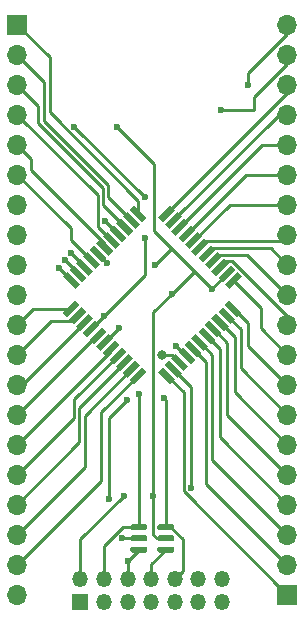
<source format=gbr>
G04 #@! TF.GenerationSoftware,KiCad,Pcbnew,(5.1.9-0-10_14)*
G04 #@! TF.CreationDate,2021-04-24T14:40:39+02:00*
G04 #@! TF.ProjectId,xilinx-cpld-breakout,78696c69-6e78-42d6-9370-6c642d627265,rev?*
G04 #@! TF.SameCoordinates,Original*
G04 #@! TF.FileFunction,Copper,L1,Top*
G04 #@! TF.FilePolarity,Positive*
%FSLAX46Y46*%
G04 Gerber Fmt 4.6, Leading zero omitted, Abs format (unit mm)*
G04 Created by KiCad (PCBNEW (5.1.9-0-10_14)) date 2021-04-24 14:40:39*
%MOMM*%
%LPD*%
G01*
G04 APERTURE LIST*
G04 #@! TA.AperFunction,ComponentPad*
%ADD10O,1.350000X1.350000*%
G04 #@! TD*
G04 #@! TA.AperFunction,ComponentPad*
%ADD11R,1.350000X1.350000*%
G04 #@! TD*
G04 #@! TA.AperFunction,SMDPad,CuDef*
%ADD12C,0.100000*%
G04 #@! TD*
G04 #@! TA.AperFunction,ComponentPad*
%ADD13O,1.700000X1.700000*%
G04 #@! TD*
G04 #@! TA.AperFunction,ComponentPad*
%ADD14R,1.700000X1.700000*%
G04 #@! TD*
G04 #@! TA.AperFunction,ViaPad*
%ADD15C,0.600000*%
G04 #@! TD*
G04 #@! TA.AperFunction,ViaPad*
%ADD16C,0.800000*%
G04 #@! TD*
G04 #@! TA.AperFunction,Conductor*
%ADD17C,0.250000*%
G04 #@! TD*
G04 APERTURE END LIST*
D10*
X113854000Y-157385000D03*
X113854000Y-159385000D03*
X111854000Y-157385000D03*
X111854000Y-159385000D03*
X109854000Y-157385000D03*
X109854000Y-159385000D03*
X107854000Y-157385000D03*
X107854000Y-159385000D03*
X105854000Y-157385000D03*
X105854000Y-159385000D03*
X103854000Y-157385000D03*
X103854000Y-159385000D03*
X101854000Y-157385000D03*
D11*
X101854000Y-159385000D03*
G04 #@! TA.AperFunction,SMDPad,CuDef*
D12*
G36*
X108816206Y-127215848D02*
G01*
X108427298Y-126826940D01*
X109487958Y-125766280D01*
X109876866Y-126155188D01*
X108816206Y-127215848D01*
G37*
G04 #@! TD.AperFunction*
G04 #@! TA.AperFunction,SMDPad,CuDef*
G36*
X109381891Y-127781534D02*
G01*
X108992983Y-127392626D01*
X110053643Y-126331966D01*
X110442551Y-126720874D01*
X109381891Y-127781534D01*
G37*
G04 #@! TD.AperFunction*
G04 #@! TA.AperFunction,SMDPad,CuDef*
G36*
X109947576Y-128347219D02*
G01*
X109558668Y-127958311D01*
X110619328Y-126897651D01*
X111008236Y-127286559D01*
X109947576Y-128347219D01*
G37*
G04 #@! TD.AperFunction*
G04 #@! TA.AperFunction,SMDPad,CuDef*
G36*
X110513262Y-128912904D02*
G01*
X110124354Y-128523996D01*
X111185014Y-127463336D01*
X111573922Y-127852244D01*
X110513262Y-128912904D01*
G37*
G04 #@! TD.AperFunction*
G04 #@! TA.AperFunction,SMDPad,CuDef*
G36*
X111078947Y-129478590D02*
G01*
X110690039Y-129089682D01*
X111750699Y-128029022D01*
X112139607Y-128417930D01*
X111078947Y-129478590D01*
G37*
G04 #@! TD.AperFunction*
G04 #@! TA.AperFunction,SMDPad,CuDef*
G36*
X111644633Y-130044275D02*
G01*
X111255725Y-129655367D01*
X112316385Y-128594707D01*
X112705293Y-128983615D01*
X111644633Y-130044275D01*
G37*
G04 #@! TD.AperFunction*
G04 #@! TA.AperFunction,SMDPad,CuDef*
G36*
X112210318Y-130609961D02*
G01*
X111821410Y-130221053D01*
X112882070Y-129160393D01*
X113270978Y-129549301D01*
X112210318Y-130609961D01*
G37*
G04 #@! TD.AperFunction*
G04 #@! TA.AperFunction,SMDPad,CuDef*
G36*
X112776004Y-131175646D02*
G01*
X112387096Y-130786738D01*
X113447756Y-129726078D01*
X113836664Y-130114986D01*
X112776004Y-131175646D01*
G37*
G04 #@! TD.AperFunction*
G04 #@! TA.AperFunction,SMDPad,CuDef*
G36*
X113341689Y-131741332D02*
G01*
X112952781Y-131352424D01*
X114013441Y-130291764D01*
X114402349Y-130680672D01*
X113341689Y-131741332D01*
G37*
G04 #@! TD.AperFunction*
G04 #@! TA.AperFunction,SMDPad,CuDef*
G36*
X113907374Y-132307017D02*
G01*
X113518466Y-131918109D01*
X114579126Y-130857449D01*
X114968034Y-131246357D01*
X113907374Y-132307017D01*
G37*
G04 #@! TD.AperFunction*
G04 #@! TA.AperFunction,SMDPad,CuDef*
G36*
X114473060Y-132872702D02*
G01*
X114084152Y-132483794D01*
X115144812Y-131423134D01*
X115533720Y-131812042D01*
X114473060Y-132872702D01*
G37*
G04 #@! TD.AperFunction*
G04 #@! TA.AperFunction,SMDPad,CuDef*
G36*
X114084152Y-134216206D02*
G01*
X114473060Y-133827298D01*
X115533720Y-134887958D01*
X115144812Y-135276866D01*
X114084152Y-134216206D01*
G37*
G04 #@! TD.AperFunction*
G04 #@! TA.AperFunction,SMDPad,CuDef*
G36*
X113518466Y-134781891D02*
G01*
X113907374Y-134392983D01*
X114968034Y-135453643D01*
X114579126Y-135842551D01*
X113518466Y-134781891D01*
G37*
G04 #@! TD.AperFunction*
G04 #@! TA.AperFunction,SMDPad,CuDef*
G36*
X112952781Y-135347576D02*
G01*
X113341689Y-134958668D01*
X114402349Y-136019328D01*
X114013441Y-136408236D01*
X112952781Y-135347576D01*
G37*
G04 #@! TD.AperFunction*
G04 #@! TA.AperFunction,SMDPad,CuDef*
G36*
X112387096Y-135913262D02*
G01*
X112776004Y-135524354D01*
X113836664Y-136585014D01*
X113447756Y-136973922D01*
X112387096Y-135913262D01*
G37*
G04 #@! TD.AperFunction*
G04 #@! TA.AperFunction,SMDPad,CuDef*
G36*
X111821410Y-136478947D02*
G01*
X112210318Y-136090039D01*
X113270978Y-137150699D01*
X112882070Y-137539607D01*
X111821410Y-136478947D01*
G37*
G04 #@! TD.AperFunction*
G04 #@! TA.AperFunction,SMDPad,CuDef*
G36*
X111255725Y-137044633D02*
G01*
X111644633Y-136655725D01*
X112705293Y-137716385D01*
X112316385Y-138105293D01*
X111255725Y-137044633D01*
G37*
G04 #@! TD.AperFunction*
G04 #@! TA.AperFunction,SMDPad,CuDef*
G36*
X110690039Y-137610318D02*
G01*
X111078947Y-137221410D01*
X112139607Y-138282070D01*
X111750699Y-138670978D01*
X110690039Y-137610318D01*
G37*
G04 #@! TD.AperFunction*
G04 #@! TA.AperFunction,SMDPad,CuDef*
G36*
X110124354Y-138176004D02*
G01*
X110513262Y-137787096D01*
X111573922Y-138847756D01*
X111185014Y-139236664D01*
X110124354Y-138176004D01*
G37*
G04 #@! TD.AperFunction*
G04 #@! TA.AperFunction,SMDPad,CuDef*
G36*
X109558668Y-138741689D02*
G01*
X109947576Y-138352781D01*
X111008236Y-139413441D01*
X110619328Y-139802349D01*
X109558668Y-138741689D01*
G37*
G04 #@! TD.AperFunction*
G04 #@! TA.AperFunction,SMDPad,CuDef*
G36*
X108992983Y-139307374D02*
G01*
X109381891Y-138918466D01*
X110442551Y-139979126D01*
X110053643Y-140368034D01*
X108992983Y-139307374D01*
G37*
G04 #@! TD.AperFunction*
G04 #@! TA.AperFunction,SMDPad,CuDef*
G36*
X108427298Y-139873060D02*
G01*
X108816206Y-139484152D01*
X109876866Y-140544812D01*
X109487958Y-140933720D01*
X108427298Y-139873060D01*
G37*
G04 #@! TD.AperFunction*
G04 #@! TA.AperFunction,SMDPad,CuDef*
G36*
X106412042Y-140933720D02*
G01*
X106023134Y-140544812D01*
X107083794Y-139484152D01*
X107472702Y-139873060D01*
X106412042Y-140933720D01*
G37*
G04 #@! TD.AperFunction*
G04 #@! TA.AperFunction,SMDPad,CuDef*
G36*
X105846357Y-140368034D02*
G01*
X105457449Y-139979126D01*
X106518109Y-138918466D01*
X106907017Y-139307374D01*
X105846357Y-140368034D01*
G37*
G04 #@! TD.AperFunction*
G04 #@! TA.AperFunction,SMDPad,CuDef*
G36*
X105280672Y-139802349D02*
G01*
X104891764Y-139413441D01*
X105952424Y-138352781D01*
X106341332Y-138741689D01*
X105280672Y-139802349D01*
G37*
G04 #@! TD.AperFunction*
G04 #@! TA.AperFunction,SMDPad,CuDef*
G36*
X104714986Y-139236664D02*
G01*
X104326078Y-138847756D01*
X105386738Y-137787096D01*
X105775646Y-138176004D01*
X104714986Y-139236664D01*
G37*
G04 #@! TD.AperFunction*
G04 #@! TA.AperFunction,SMDPad,CuDef*
G36*
X104149301Y-138670978D02*
G01*
X103760393Y-138282070D01*
X104821053Y-137221410D01*
X105209961Y-137610318D01*
X104149301Y-138670978D01*
G37*
G04 #@! TD.AperFunction*
G04 #@! TA.AperFunction,SMDPad,CuDef*
G36*
X103583615Y-138105293D02*
G01*
X103194707Y-137716385D01*
X104255367Y-136655725D01*
X104644275Y-137044633D01*
X103583615Y-138105293D01*
G37*
G04 #@! TD.AperFunction*
G04 #@! TA.AperFunction,SMDPad,CuDef*
G36*
X103017930Y-137539607D02*
G01*
X102629022Y-137150699D01*
X103689682Y-136090039D01*
X104078590Y-136478947D01*
X103017930Y-137539607D01*
G37*
G04 #@! TD.AperFunction*
G04 #@! TA.AperFunction,SMDPad,CuDef*
G36*
X102452244Y-136973922D02*
G01*
X102063336Y-136585014D01*
X103123996Y-135524354D01*
X103512904Y-135913262D01*
X102452244Y-136973922D01*
G37*
G04 #@! TD.AperFunction*
G04 #@! TA.AperFunction,SMDPad,CuDef*
G36*
X101886559Y-136408236D02*
G01*
X101497651Y-136019328D01*
X102558311Y-134958668D01*
X102947219Y-135347576D01*
X101886559Y-136408236D01*
G37*
G04 #@! TD.AperFunction*
G04 #@! TA.AperFunction,SMDPad,CuDef*
G36*
X101320874Y-135842551D02*
G01*
X100931966Y-135453643D01*
X101992626Y-134392983D01*
X102381534Y-134781891D01*
X101320874Y-135842551D01*
G37*
G04 #@! TD.AperFunction*
G04 #@! TA.AperFunction,SMDPad,CuDef*
G36*
X100755188Y-135276866D02*
G01*
X100366280Y-134887958D01*
X101426940Y-133827298D01*
X101815848Y-134216206D01*
X100755188Y-135276866D01*
G37*
G04 #@! TD.AperFunction*
G04 #@! TA.AperFunction,SMDPad,CuDef*
G36*
X100366280Y-131812042D02*
G01*
X100755188Y-131423134D01*
X101815848Y-132483794D01*
X101426940Y-132872702D01*
X100366280Y-131812042D01*
G37*
G04 #@! TD.AperFunction*
G04 #@! TA.AperFunction,SMDPad,CuDef*
G36*
X100931966Y-131246357D02*
G01*
X101320874Y-130857449D01*
X102381534Y-131918109D01*
X101992626Y-132307017D01*
X100931966Y-131246357D01*
G37*
G04 #@! TD.AperFunction*
G04 #@! TA.AperFunction,SMDPad,CuDef*
G36*
X101497651Y-130680672D02*
G01*
X101886559Y-130291764D01*
X102947219Y-131352424D01*
X102558311Y-131741332D01*
X101497651Y-130680672D01*
G37*
G04 #@! TD.AperFunction*
G04 #@! TA.AperFunction,SMDPad,CuDef*
G36*
X102063336Y-130114986D02*
G01*
X102452244Y-129726078D01*
X103512904Y-130786738D01*
X103123996Y-131175646D01*
X102063336Y-130114986D01*
G37*
G04 #@! TD.AperFunction*
G04 #@! TA.AperFunction,SMDPad,CuDef*
G36*
X102629022Y-129549301D02*
G01*
X103017930Y-129160393D01*
X104078590Y-130221053D01*
X103689682Y-130609961D01*
X102629022Y-129549301D01*
G37*
G04 #@! TD.AperFunction*
G04 #@! TA.AperFunction,SMDPad,CuDef*
G36*
X103194707Y-128983615D02*
G01*
X103583615Y-128594707D01*
X104644275Y-129655367D01*
X104255367Y-130044275D01*
X103194707Y-128983615D01*
G37*
G04 #@! TD.AperFunction*
G04 #@! TA.AperFunction,SMDPad,CuDef*
G36*
X103760393Y-128417930D02*
G01*
X104149301Y-128029022D01*
X105209961Y-129089682D01*
X104821053Y-129478590D01*
X103760393Y-128417930D01*
G37*
G04 #@! TD.AperFunction*
G04 #@! TA.AperFunction,SMDPad,CuDef*
G36*
X104326078Y-127852244D02*
G01*
X104714986Y-127463336D01*
X105775646Y-128523996D01*
X105386738Y-128912904D01*
X104326078Y-127852244D01*
G37*
G04 #@! TD.AperFunction*
G04 #@! TA.AperFunction,SMDPad,CuDef*
G36*
X104891764Y-127286559D02*
G01*
X105280672Y-126897651D01*
X106341332Y-127958311D01*
X105952424Y-128347219D01*
X104891764Y-127286559D01*
G37*
G04 #@! TD.AperFunction*
G04 #@! TA.AperFunction,SMDPad,CuDef*
G36*
X105457449Y-126720874D02*
G01*
X105846357Y-126331966D01*
X106907017Y-127392626D01*
X106518109Y-127781534D01*
X105457449Y-126720874D01*
G37*
G04 #@! TD.AperFunction*
G04 #@! TA.AperFunction,SMDPad,CuDef*
G36*
X106023134Y-126155188D02*
G01*
X106412042Y-125766280D01*
X107472702Y-126826940D01*
X107083794Y-127215848D01*
X106023134Y-126155188D01*
G37*
G04 #@! TD.AperFunction*
D13*
X119380000Y-110490000D03*
X119380000Y-113030000D03*
X119380000Y-115570000D03*
X119380000Y-118110000D03*
X119380000Y-120650000D03*
X119380000Y-123190000D03*
X119380000Y-125730000D03*
X119380000Y-128270000D03*
X119380000Y-130810000D03*
X119380000Y-133350000D03*
X119380000Y-135890000D03*
X119380000Y-138430000D03*
X119380000Y-140970000D03*
X119380000Y-143510000D03*
X119380000Y-146050000D03*
X119380000Y-148590000D03*
X119380000Y-151130000D03*
X119380000Y-153670000D03*
X119380000Y-156210000D03*
D14*
X119380000Y-158750000D03*
D13*
X96520000Y-158750000D03*
X96520000Y-156210000D03*
X96520000Y-153670000D03*
X96520000Y-151130000D03*
X96520000Y-148590000D03*
X96520000Y-146050000D03*
X96520000Y-143510000D03*
X96520000Y-140970000D03*
X96520000Y-138430000D03*
X96520000Y-135890000D03*
X96520000Y-133350000D03*
X96520000Y-130810000D03*
X96520000Y-128270000D03*
X96520000Y-125730000D03*
X96520000Y-123190000D03*
X96520000Y-120650000D03*
X96520000Y-118110000D03*
X96520000Y-115570000D03*
X96520000Y-113030000D03*
D14*
X96520000Y-110490000D03*
G04 #@! TA.AperFunction,SMDPad,CuDef*
G36*
G01*
X108375000Y-153162500D02*
X108375000Y-152912500D01*
G75*
G02*
X108500000Y-152787500I125000J0D01*
G01*
X109675000Y-152787500D01*
G75*
G02*
X109800000Y-152912500I0J-125000D01*
G01*
X109800000Y-153162500D01*
G75*
G02*
X109675000Y-153287500I-125000J0D01*
G01*
X108500000Y-153287500D01*
G75*
G02*
X108375000Y-153162500I0J125000D01*
G01*
G37*
G04 #@! TD.AperFunction*
G04 #@! TA.AperFunction,SMDPad,CuDef*
G36*
G01*
X108375000Y-154112500D02*
X108375000Y-153862500D01*
G75*
G02*
X108500000Y-153737500I125000J0D01*
G01*
X109675000Y-153737500D01*
G75*
G02*
X109800000Y-153862500I0J-125000D01*
G01*
X109800000Y-154112500D01*
G75*
G02*
X109675000Y-154237500I-125000J0D01*
G01*
X108500000Y-154237500D01*
G75*
G02*
X108375000Y-154112500I0J125000D01*
G01*
G37*
G04 #@! TD.AperFunction*
G04 #@! TA.AperFunction,SMDPad,CuDef*
G36*
G01*
X108375000Y-155062500D02*
X108375000Y-154812500D01*
G75*
G02*
X108500000Y-154687500I125000J0D01*
G01*
X109675000Y-154687500D01*
G75*
G02*
X109800000Y-154812500I0J-125000D01*
G01*
X109800000Y-155062500D01*
G75*
G02*
X109675000Y-155187500I-125000J0D01*
G01*
X108500000Y-155187500D01*
G75*
G02*
X108375000Y-155062500I0J125000D01*
G01*
G37*
G04 #@! TD.AperFunction*
G04 #@! TA.AperFunction,SMDPad,CuDef*
G36*
G01*
X106100000Y-155062500D02*
X106100000Y-154812500D01*
G75*
G02*
X106225000Y-154687500I125000J0D01*
G01*
X107400000Y-154687500D01*
G75*
G02*
X107525000Y-154812500I0J-125000D01*
G01*
X107525000Y-155062500D01*
G75*
G02*
X107400000Y-155187500I-125000J0D01*
G01*
X106225000Y-155187500D01*
G75*
G02*
X106100000Y-155062500I0J125000D01*
G01*
G37*
G04 #@! TD.AperFunction*
G04 #@! TA.AperFunction,SMDPad,CuDef*
G36*
G01*
X106100000Y-154112500D02*
X106100000Y-153862500D01*
G75*
G02*
X106225000Y-153737500I125000J0D01*
G01*
X107400000Y-153737500D01*
G75*
G02*
X107525000Y-153862500I0J-125000D01*
G01*
X107525000Y-154112500D01*
G75*
G02*
X107400000Y-154237500I-125000J0D01*
G01*
X106225000Y-154237500D01*
G75*
G02*
X106100000Y-154112500I0J125000D01*
G01*
G37*
G04 #@! TD.AperFunction*
G04 #@! TA.AperFunction,SMDPad,CuDef*
G36*
G01*
X106100000Y-153162500D02*
X106100000Y-152912500D01*
G75*
G02*
X106225000Y-152787500I125000J0D01*
G01*
X107400000Y-152787500D01*
G75*
G02*
X107525000Y-152912500I0J-125000D01*
G01*
X107525000Y-153162500D01*
G75*
G02*
X107400000Y-153287500I-125000J0D01*
G01*
X106225000Y-153287500D01*
G75*
G02*
X106100000Y-153162500I0J125000D01*
G01*
G37*
G04 #@! TD.AperFunction*
D15*
X104965500Y-119189500D03*
X112966500Y-132842000D03*
X109601000Y-133286500D03*
X108140500Y-130873500D03*
X108049990Y-150368000D03*
X105537000Y-150368000D03*
X105410000Y-153987500D03*
X103949500Y-127127000D03*
X105156000Y-136144000D03*
D16*
X108774990Y-138430000D03*
D15*
X107315000Y-128524000D03*
X107315000Y-125095000D03*
X103865879Y-135171379D03*
X101346000Y-119126000D03*
X104140000Y-130683000D03*
X109982000Y-137668000D03*
X100012500Y-131064000D03*
X105854000Y-155896000D03*
X104267000Y-150622000D03*
X105791000Y-142240000D03*
X111252000Y-149733000D03*
X101092000Y-129857500D03*
X108966000Y-142113000D03*
X100565195Y-130459563D03*
X106799990Y-141732000D03*
X116078000Y-115570000D03*
X113792000Y-117729000D03*
D17*
X114243250Y-131582233D02*
X114226267Y-131582233D01*
X114226267Y-131582233D02*
X112966500Y-132842000D01*
X108102288Y-122326288D02*
X104965500Y-119189500D01*
X108102288Y-127977788D02*
X108102288Y-122326288D01*
X109087500Y-153987500D02*
X109537500Y-153987500D01*
X111442500Y-131445000D02*
X111569500Y-131445000D01*
X109601000Y-133286500D02*
X111442500Y-131445000D01*
X112966500Y-132842000D02*
X111569500Y-131445000D01*
X109537500Y-129476500D02*
X109601000Y-129476500D01*
X108140500Y-130873500D02*
X109537500Y-129476500D01*
X109601000Y-129476500D02*
X108102288Y-127977788D01*
X111569500Y-131445000D02*
X109601000Y-129476500D01*
X109601000Y-133286500D02*
X108049990Y-134837510D01*
X108375000Y-153987500D02*
X108049990Y-153662490D01*
X109087500Y-153987500D02*
X108375000Y-153987500D01*
X108049990Y-134837510D02*
X108049990Y-150467990D01*
X108049990Y-150467990D02*
X108049990Y-150368000D01*
X108049990Y-150467990D02*
X108049990Y-153662490D01*
X101854000Y-154051000D02*
X101854000Y-157385000D01*
X105537000Y-150368000D02*
X101854000Y-154051000D01*
X106812500Y-153987500D02*
X105410000Y-153987500D01*
X105010620Y-128188120D02*
X103949500Y-127127000D01*
X105050862Y-128188120D02*
X105010620Y-128188120D01*
X110283452Y-139077565D02*
X110283452Y-139112452D01*
X103919491Y-137380509D02*
X105156000Y-136144000D01*
X109635887Y-138430000D02*
X108774990Y-138430000D01*
X110283452Y-139077565D02*
X109635887Y-138430000D01*
X107315000Y-131722258D02*
X107315000Y-128524000D01*
X102788120Y-136249138D02*
X103865879Y-135171379D01*
X103865879Y-135171379D02*
X107315000Y-131722258D01*
X107315000Y-125095000D02*
X101346000Y-119126000D01*
X103353806Y-129896806D02*
X104140000Y-130683000D01*
X103353806Y-129885177D02*
X103353806Y-129896806D01*
X110825880Y-138511880D02*
X109982000Y-137668000D01*
X110849138Y-138511880D02*
X110825880Y-138511880D01*
X101091064Y-132142564D02*
X100012500Y-131064000D01*
X101091064Y-132147918D02*
X101091064Y-132142564D01*
X105854000Y-155896000D02*
X105854000Y-155896000D01*
X105854000Y-157385000D02*
X105854000Y-155896000D01*
X105854000Y-155896000D02*
X106812500Y-154937500D01*
X104267000Y-143764000D02*
X105791000Y-142240000D01*
X104267000Y-150622000D02*
X104267000Y-143764000D01*
X109717767Y-139643250D02*
X109717767Y-139676188D01*
X107854000Y-156171000D02*
X109087500Y-154937500D01*
X107854000Y-157385000D02*
X107854000Y-156171000D01*
X111252000Y-141177483D02*
X111252000Y-149733000D01*
X109717767Y-139643250D02*
X111252000Y-141177483D01*
X109090000Y-153035000D02*
X109087500Y-153037500D01*
X102222435Y-130987935D02*
X101092000Y-129857500D01*
X102222435Y-131016548D02*
X102222435Y-130987935D01*
X109486412Y-153037500D02*
X109087500Y-153037500D01*
X110528999Y-154080087D02*
X109486412Y-153037500D01*
X110528999Y-156710001D02*
X110528999Y-154080087D01*
X109854000Y-157385000D02*
X110528999Y-156710001D01*
X109087500Y-142234500D02*
X108966000Y-142113000D01*
X109087500Y-153037500D02*
X109087500Y-142234500D01*
X101656750Y-131551118D02*
X100565195Y-130459563D01*
X101656750Y-131582233D02*
X101656750Y-131551118D01*
X103854000Y-154618498D02*
X103854000Y-157385000D01*
X105434998Y-153037500D02*
X103854000Y-154618498D01*
X106812500Y-153037500D02*
X105434998Y-153037500D01*
X106799990Y-153024990D02*
X106812500Y-153037500D01*
X106799990Y-141732000D02*
X106799990Y-153024990D01*
X116078000Y-114592998D02*
X119380000Y-111290998D01*
X119380000Y-111290998D02*
X119380000Y-110490000D01*
X116078000Y-115570000D02*
X116078000Y-114592998D01*
X113792000Y-117729000D02*
X116586000Y-117729000D01*
X116586000Y-116624998D02*
X119380000Y-113830998D01*
X119380000Y-113830998D02*
X119380000Y-113030000D01*
X116586000Y-117729000D02*
X116586000Y-116624998D01*
X99256010Y-113226010D02*
X96520000Y-110490000D01*
X99256010Y-117925010D02*
X99256010Y-113226010D01*
X106747918Y-125416918D02*
X99256010Y-117925010D01*
X106747918Y-126491064D02*
X106747918Y-125416918D01*
X103324499Y-124914499D02*
X96520000Y-118110000D01*
X103324499Y-127593128D02*
X103324499Y-124914499D01*
X104485177Y-128753806D02*
X103324499Y-127593128D01*
X103774509Y-125780396D02*
X103774509Y-124285009D01*
X105616548Y-127622435D02*
X103774509Y-125780396D01*
X103774509Y-124285009D02*
X98298000Y-118808500D01*
X98298000Y-117348000D02*
X96520000Y-115570000D01*
X98298000Y-118808500D02*
X98298000Y-117348000D01*
X104224519Y-125116019D02*
X104224519Y-124036519D01*
X106165250Y-127056750D02*
X104224519Y-125116019D01*
X106182233Y-127056750D02*
X106165250Y-127056750D01*
X104224519Y-124036519D02*
X98806000Y-118618000D01*
X98806000Y-115316000D02*
X96520000Y-113030000D01*
X98806000Y-118618000D02*
X98806000Y-115316000D01*
X102788120Y-130450862D02*
X101028500Y-128691242D01*
X101028500Y-127698500D02*
X96520000Y-123190000D01*
X101028500Y-128691242D02*
X101028500Y-127698500D01*
X97695001Y-121825001D02*
X96520000Y-120650000D01*
X97695001Y-122812174D02*
X97695001Y-121825001D01*
X103919491Y-129036664D02*
X97695001Y-122812174D01*
X103919491Y-129319491D02*
X103919491Y-129036664D01*
X103215177Y-136814823D02*
X96520000Y-143510000D01*
X103353806Y-136814823D02*
X103215177Y-136814823D01*
X96935887Y-140970000D02*
X96520000Y-140970000D01*
X102222435Y-135683452D02*
X96935887Y-140970000D01*
X99348124Y-135601876D02*
X96520000Y-138430000D01*
X101172641Y-135601876D02*
X99348124Y-135601876D01*
X101656750Y-135117767D02*
X101172641Y-135601876D01*
X97857918Y-134552082D02*
X96520000Y-135890000D01*
X101091064Y-134552082D02*
X97857918Y-134552082D01*
X114808936Y-134552082D02*
X114867082Y-134552082D01*
X114867082Y-134552082D02*
X116078000Y-135763000D01*
X116078000Y-137668000D02*
X119380000Y-140970000D01*
X116078000Y-135763000D02*
X116078000Y-137668000D01*
X114808936Y-132147918D02*
X117157500Y-134496482D01*
X117157500Y-136207500D02*
X119380000Y-138430000D01*
X117157500Y-134496482D02*
X117157500Y-136207500D01*
X113677565Y-131016548D02*
X113677565Y-130987935D01*
X119380000Y-135198688D02*
X119380000Y-135890000D01*
X114713751Y-130532439D02*
X119380000Y-135198688D01*
X114133061Y-130532439D02*
X114713751Y-130532439D01*
X113677565Y-130987935D02*
X114133061Y-130532439D01*
X113111880Y-130450862D02*
X113135138Y-130450862D01*
X115996754Y-129966754D02*
X119380000Y-133350000D01*
X113619246Y-129966754D02*
X115996754Y-129966754D01*
X113135138Y-130450862D02*
X113619246Y-129966754D01*
X117971068Y-129401068D02*
X119380000Y-130810000D01*
X113030303Y-129401068D02*
X117971068Y-129401068D01*
X112546194Y-129885177D02*
X113030303Y-129401068D01*
X119380000Y-116263146D02*
X119380000Y-115570000D01*
X109152082Y-126491064D02*
X119380000Y-116263146D01*
X118664517Y-118110000D02*
X119380000Y-118110000D01*
X109717767Y-127056750D02*
X118664517Y-118110000D01*
X117255887Y-120650000D02*
X119380000Y-120650000D01*
X110283452Y-127622435D02*
X117255887Y-120650000D01*
X110849138Y-128188120D02*
X115847258Y-123190000D01*
X115847258Y-123190000D02*
X119380000Y-123190000D01*
X111414823Y-128753806D02*
X111466694Y-128753806D01*
X114490500Y-125730000D02*
X119380000Y-125730000D01*
X111466694Y-128753806D02*
X114490500Y-125730000D01*
X118814617Y-128835383D02*
X119380000Y-128270000D01*
X112464617Y-128835383D02*
X118814617Y-128835383D01*
X111980509Y-129319491D02*
X112464617Y-128835383D01*
X114243250Y-135117767D02*
X114289767Y-135117767D01*
X114289767Y-135117767D02*
X115443000Y-136271000D01*
X115443000Y-139573000D02*
X119380000Y-143510000D01*
X115443000Y-136271000D02*
X115443000Y-139573000D01*
X113677565Y-135683452D02*
X113712452Y-135683452D01*
X113712452Y-135683452D02*
X114935000Y-136906000D01*
X114935000Y-141605000D02*
X119380000Y-146050000D01*
X114935000Y-136906000D02*
X114935000Y-141605000D01*
X113111880Y-136249138D02*
X113135138Y-136249138D01*
X113135138Y-136249138D02*
X114300000Y-137414000D01*
X114300000Y-143510000D02*
X119380000Y-148590000D01*
X114300000Y-137414000D02*
X114300000Y-143510000D01*
X112546194Y-136814823D02*
X112557823Y-136814823D01*
X112557823Y-136814823D02*
X113665000Y-137922000D01*
X113665000Y-145415000D02*
X119380000Y-151130000D01*
X113665000Y-137922000D02*
X113665000Y-145415000D01*
X111980509Y-137380509D02*
X113030000Y-138430000D01*
X113030000Y-147320000D02*
X119380000Y-153670000D01*
X113030000Y-138430000D02*
X113030000Y-147320000D01*
X111414823Y-137946194D02*
X111414823Y-137957823D01*
X111414823Y-137957823D02*
X112522000Y-139065000D01*
X112522000Y-149352000D02*
X119380000Y-156210000D01*
X112522000Y-139065000D02*
X112522000Y-149352000D01*
X109152082Y-140208936D02*
X109220936Y-140208936D01*
X109220936Y-140208936D02*
X110617000Y-141605000D01*
X110617000Y-149987000D02*
X119380000Y-158750000D01*
X110617000Y-141605000D02*
X110617000Y-149987000D01*
X96520000Y-156210000D02*
X103632000Y-149098000D01*
X103632000Y-143324854D02*
X106747918Y-140208936D01*
X103632000Y-149098000D02*
X103632000Y-143324854D01*
X102235000Y-143590483D02*
X106182233Y-139643250D01*
X102235000Y-147955000D02*
X102235000Y-143590483D01*
X96520000Y-153670000D02*
X102235000Y-147955000D01*
X101784990Y-142909123D02*
X105616548Y-139077565D01*
X101784990Y-145865010D02*
X101784990Y-142909123D01*
X96520000Y-151130000D02*
X101784990Y-145865010D01*
X101334980Y-142227762D02*
X105050862Y-138511880D01*
X101334980Y-143775020D02*
X101334980Y-142227762D01*
X96520000Y-148590000D02*
X101334980Y-143775020D01*
X104485177Y-138084823D02*
X96520000Y-146050000D01*
X104485177Y-137946194D02*
X104485177Y-138084823D01*
M02*

</source>
